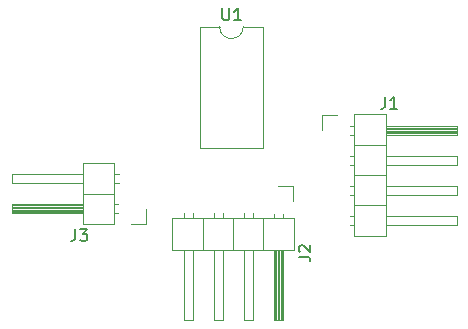
<source format=gbr>
G04 #@! TF.GenerationSoftware,KiCad,Pcbnew,(5.1.4)-1*
G04 #@! TF.CreationDate,2020-03-21T14:56:38-06:00*
G04 #@! TF.ProjectId,SonicAnemometerController,536f6e69-6341-46e6-956d-6f6d65746572,rev?*
G04 #@! TF.SameCoordinates,PX5bfb5d0PY5122438*
G04 #@! TF.FileFunction,Legend,Top*
G04 #@! TF.FilePolarity,Positive*
%FSLAX46Y46*%
G04 Gerber Fmt 4.6, Leading zero omitted, Abs format (unit mm)*
G04 Created by KiCad (PCBNEW (5.1.4)-1) date 2020-03-21 14:56:38*
%MOMM*%
%LPD*%
G04 APERTURE LIST*
%ADD10C,0.120000*%
%ADD11C,0.150000*%
G04 APERTURE END LIST*
D10*
X18020000Y4845000D02*
X18020000Y3575000D01*
X16750000Y4845000D02*
X18020000Y4845000D01*
X8750000Y2532071D02*
X8750000Y2135000D01*
X9510000Y2532071D02*
X9510000Y2135000D01*
X8750000Y-6525000D02*
X8750000Y-525000D01*
X9510000Y-6525000D02*
X8750000Y-6525000D01*
X9510000Y-525000D02*
X9510000Y-6525000D01*
X10400000Y2135000D02*
X10400000Y-525000D01*
X11290000Y2532071D02*
X11290000Y2135000D01*
X12050000Y2532071D02*
X12050000Y2135000D01*
X11290000Y-6525000D02*
X11290000Y-525000D01*
X12050000Y-6525000D02*
X11290000Y-6525000D01*
X12050000Y-525000D02*
X12050000Y-6525000D01*
X12940000Y2135000D02*
X12940000Y-525000D01*
X13830000Y2532071D02*
X13830000Y2135000D01*
X14590000Y2532071D02*
X14590000Y2135000D01*
X13830000Y-6525000D02*
X13830000Y-525000D01*
X14590000Y-6525000D02*
X13830000Y-6525000D01*
X14590000Y-525000D02*
X14590000Y-6525000D01*
X15480000Y2135000D02*
X15480000Y-525000D01*
X16370000Y2465000D02*
X16370000Y2135000D01*
X17130000Y2465000D02*
X17130000Y2135000D01*
X16470000Y-525000D02*
X16470000Y-6525000D01*
X16590000Y-525000D02*
X16590000Y-6525000D01*
X16710000Y-525000D02*
X16710000Y-6525000D01*
X16830000Y-525000D02*
X16830000Y-6525000D01*
X16950000Y-525000D02*
X16950000Y-6525000D01*
X17070000Y-525000D02*
X17070000Y-6525000D01*
X16370000Y-6525000D02*
X16370000Y-525000D01*
X17130000Y-6525000D02*
X16370000Y-6525000D01*
X17130000Y-525000D02*
X17130000Y-6525000D01*
X18080000Y-525000D02*
X18080000Y2135000D01*
X7800000Y-525000D02*
X18080000Y-525000D01*
X7800000Y2135000D02*
X7800000Y-525000D01*
X18080000Y2135000D02*
X7800000Y2135000D01*
X20480000Y10865000D02*
X21750000Y10865000D01*
X20480000Y9595000D02*
X20480000Y10865000D01*
X22792929Y1595000D02*
X23190000Y1595000D01*
X22792929Y2355000D02*
X23190000Y2355000D01*
X31850000Y1595000D02*
X25850000Y1595000D01*
X31850000Y2355000D02*
X31850000Y1595000D01*
X25850000Y2355000D02*
X31850000Y2355000D01*
X23190000Y3245000D02*
X25850000Y3245000D01*
X22792929Y4135000D02*
X23190000Y4135000D01*
X22792929Y4895000D02*
X23190000Y4895000D01*
X31850000Y4135000D02*
X25850000Y4135000D01*
X31850000Y4895000D02*
X31850000Y4135000D01*
X25850000Y4895000D02*
X31850000Y4895000D01*
X23190000Y5785000D02*
X25850000Y5785000D01*
X22792929Y6675000D02*
X23190000Y6675000D01*
X22792929Y7435000D02*
X23190000Y7435000D01*
X31850000Y6675000D02*
X25850000Y6675000D01*
X31850000Y7435000D02*
X31850000Y6675000D01*
X25850000Y7435000D02*
X31850000Y7435000D01*
X23190000Y8325000D02*
X25850000Y8325000D01*
X22860000Y9215000D02*
X23190000Y9215000D01*
X22860000Y9975000D02*
X23190000Y9975000D01*
X25850000Y9315000D02*
X31850000Y9315000D01*
X25850000Y9435000D02*
X31850000Y9435000D01*
X25850000Y9555000D02*
X31850000Y9555000D01*
X25850000Y9675000D02*
X31850000Y9675000D01*
X25850000Y9795000D02*
X31850000Y9795000D01*
X25850000Y9915000D02*
X31850000Y9915000D01*
X31850000Y9215000D02*
X25850000Y9215000D01*
X31850000Y9975000D02*
X31850000Y9215000D01*
X25850000Y9975000D02*
X31850000Y9975000D01*
X25850000Y10925000D02*
X23190000Y10925000D01*
X25850000Y645000D02*
X25850000Y10925000D01*
X23190000Y645000D02*
X25850000Y645000D01*
X23190000Y10925000D02*
X23190000Y645000D01*
X5570000Y1665000D02*
X4300000Y1665000D01*
X5570000Y2935000D02*
X5570000Y1665000D01*
X3257071Y5855000D02*
X2860000Y5855000D01*
X3257071Y5095000D02*
X2860000Y5095000D01*
X-5800000Y5855000D02*
X200000Y5855000D01*
X-5800000Y5095000D02*
X-5800000Y5855000D01*
X200000Y5095000D02*
X-5800000Y5095000D01*
X2860000Y4205000D02*
X200000Y4205000D01*
X3190000Y3315000D02*
X2860000Y3315000D01*
X3190000Y2555000D02*
X2860000Y2555000D01*
X200000Y3215000D02*
X-5800000Y3215000D01*
X200000Y3095000D02*
X-5800000Y3095000D01*
X200000Y2975000D02*
X-5800000Y2975000D01*
X200000Y2855000D02*
X-5800000Y2855000D01*
X200000Y2735000D02*
X-5800000Y2735000D01*
X200000Y2615000D02*
X-5800000Y2615000D01*
X-5800000Y3315000D02*
X200000Y3315000D01*
X-5800000Y2555000D02*
X-5800000Y3315000D01*
X200000Y2555000D02*
X-5800000Y2555000D01*
X200000Y1605000D02*
X2860000Y1605000D01*
X200000Y6805000D02*
X200000Y1605000D01*
X2860000Y6805000D02*
X200000Y6805000D01*
X2860000Y1605000D02*
X2860000Y6805000D01*
X15440000Y18345000D02*
X13790000Y18345000D01*
X15440000Y8065000D02*
X15440000Y18345000D01*
X10140000Y8065000D02*
X15440000Y8065000D01*
X10140000Y18345000D02*
X10140000Y8065000D01*
X11790000Y18345000D02*
X10140000Y18345000D01*
X13790000Y18345000D02*
G75*
G02X11790000Y18345000I-1000000J0D01*
G01*
D11*
X18472380Y-1143333D02*
X19186666Y-1143333D01*
X19329523Y-1190952D01*
X19424761Y-1286190D01*
X19472380Y-1429047D01*
X19472380Y-1524285D01*
X18567619Y-714761D02*
X18520000Y-667142D01*
X18472380Y-571904D01*
X18472380Y-333809D01*
X18520000Y-238571D01*
X18567619Y-190952D01*
X18662857Y-143333D01*
X18758095Y-143333D01*
X18900952Y-190952D01*
X19472380Y-762380D01*
X19472380Y-143333D01*
X25801666Y12412620D02*
X25801666Y11698334D01*
X25754047Y11555477D01*
X25658809Y11460239D01*
X25515952Y11412620D01*
X25420714Y11412620D01*
X26801666Y11412620D02*
X26230238Y11412620D01*
X26515952Y11412620D02*
X26515952Y12412620D01*
X26420714Y12269762D01*
X26325476Y12174524D01*
X26230238Y12126905D01*
X-418334Y1212620D02*
X-418334Y498334D01*
X-465953Y355477D01*
X-561191Y260239D01*
X-704048Y212620D01*
X-799286Y212620D01*
X-37381Y1212620D02*
X581666Y1212620D01*
X248333Y831667D01*
X391190Y831667D01*
X486428Y784048D01*
X534047Y736429D01*
X581666Y641191D01*
X581666Y403096D01*
X534047Y307858D01*
X486428Y260239D01*
X391190Y212620D01*
X105476Y212620D01*
X10238Y260239D01*
X-37381Y307858D01*
X12028095Y19892620D02*
X12028095Y19083096D01*
X12075714Y18987858D01*
X12123333Y18940239D01*
X12218571Y18892620D01*
X12409047Y18892620D01*
X12504285Y18940239D01*
X12551904Y18987858D01*
X12599523Y19083096D01*
X12599523Y19892620D01*
X13599523Y18892620D02*
X13028095Y18892620D01*
X13313809Y18892620D02*
X13313809Y19892620D01*
X13218571Y19749762D01*
X13123333Y19654524D01*
X13028095Y19606905D01*
M02*

</source>
